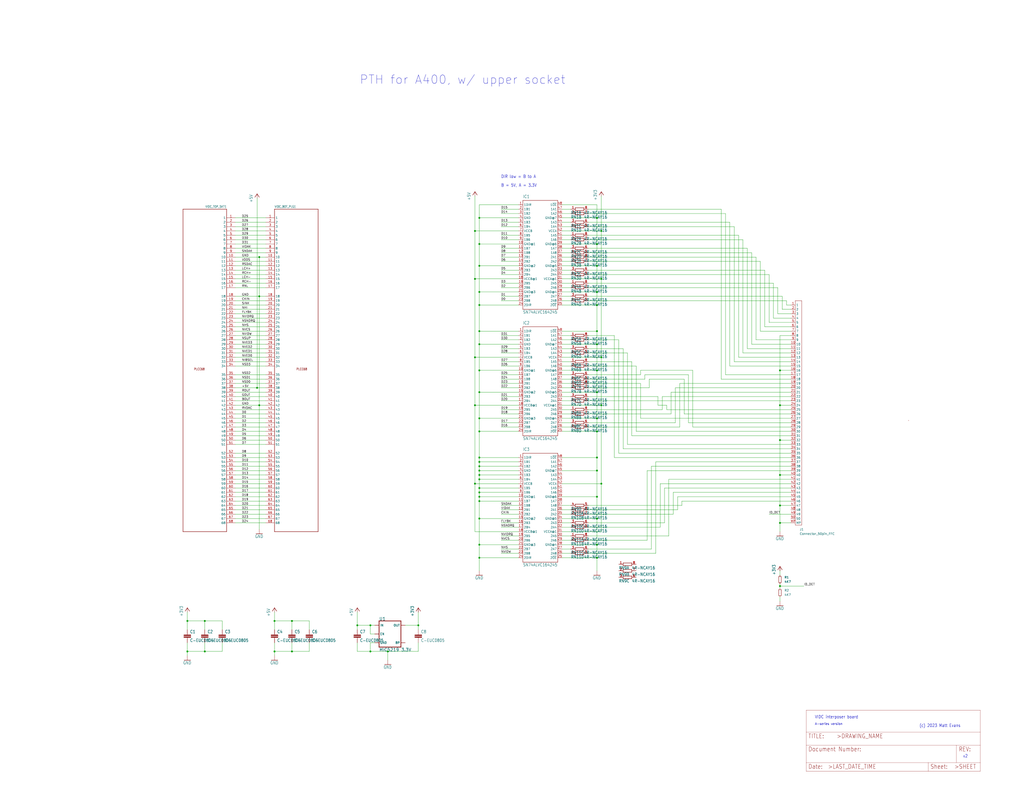
<source format=kicad_sch>
(kicad_sch (version 20211123) (generator eeschema)
  (paper "User" 596.9 470.306)
  (junction (at 350.52 162.56))
  (junction (at 279.4 271.78))
  (junction (at 215.9 379.73))
  (junction (at 279.4 193.04))
  (junction (at 279.4 276.86))
  (junction (at 276.86 134.62))
  (junction (at 350.52 208.28))
  (junction (at 109.22 361.95))
  (junction (at 279.4 269.24))
  (junction (at 347.98 170.18))
  (junction (at 454.66 304.8))
  (junction (at 347.98 251.46))
  (junction (at 279.4 292.1))
  (junction (at 149.86 226.06))
  (junction (at 347.98 215.9))
  (junction (at 279.4 127))
  (junction (at 279.4 170.18))
  (junction (at 151.13 236.22))
  (junction (at 279.4 279.4))
  (junction (at 151.13 149.86))
  (junction (at 347.98 127))
  (junction (at 350.52 134.62))
  (junction (at 279.4 200.66))
  (junction (at 279.4 317.5))
  (junction (at 119.38 379.73))
  (junction (at 170.18 379.73))
  (junction (at 347.98 302.26))
  (junction (at 279.4 177.8))
  (junction (at 347.98 177.8))
  (junction (at 454.66 341.63))
  (junction (at 350.52 236.22))
  (junction (at 151.13 172.72))
  (junction (at 347.98 317.5))
  (junction (at 170.18 361.95))
  (junction (at 279.4 251.46))
  (junction (at 347.98 154.94))
  (junction (at 279.4 325.12))
  (junction (at 347.98 266.7))
  (junction (at 454.66 256.54))
  (junction (at 276.86 162.56))
  (junction (at 243.84 364.49))
  (junction (at 347.98 243.84))
  (junction (at 208.28 364.49))
  (junction (at 279.4 142.24))
  (junction (at 347.98 274.32))
  (junction (at 226.06 379.73))
  (junction (at 454.66 215.9))
  (junction (at 276.86 236.22))
  (junction (at 347.98 325.12))
  (junction (at 276.86 281.94))
  (junction (at 160.02 361.95))
  (junction (at 279.4 228.6))
  (junction (at 279.4 289.56))
  (junction (at 279.4 274.32))
  (junction (at 279.4 287.02))
  (junction (at 347.98 193.04))
  (junction (at 276.86 208.28))
  (junction (at 215.9 364.49))
  (junction (at 347.98 289.56))
  (junction (at 279.4 243.84))
  (junction (at 350.52 281.94))
  (junction (at 454.66 236.22))
  (junction (at 279.4 302.26))
  (junction (at 279.4 266.7))
  (junction (at 279.4 154.94))
  (junction (at 160.02 379.73))
  (junction (at 109.22 379.73))
  (junction (at 347.98 228.6))
  (junction (at 454.66 294.64))
  (junction (at 347.98 200.66))
  (junction (at 347.98 142.24))
  (junction (at 279.4 284.48))
  (junction (at 454.66 276.86))
  (junction (at 119.38 361.95))
  (junction (at 279.4 215.9))
  (wire (pts (xy 154.94 142.24) (xy 137.16 142.24)))
  (wire (pts (xy 109.22 382.27) (xy 109.22 379.73)))
  (wire (pts (xy 461.01 279.4) (xy 389.89 279.4)))
  (wire (pts (xy 154.94 152.4) (xy 137.16 152.4)))
  (wire (pts (xy 276.86 236.22) (xy 276.86 281.94)))
  (wire (pts (xy 332.74 172.72) (xy 327.66 172.72)))
  (wire (pts (xy 347.98 142.24) (xy 347.98 127)))
  (wire (pts (xy 458.47 177.8) (xy 461.01 177.8)))
  (wire (pts (xy 151.13 172.72) (xy 151.13 236.22)))
  (wire (pts (xy 276.86 134.62) (xy 302.26 134.62)))
  (wire (pts (xy 279.4 279.4) (xy 302.26 279.4)))
  (wire (pts (xy 149.86 226.06) (xy 137.16 226.06)))
  (wire (pts (xy 279.4 271.78) (xy 302.26 271.78)))
  (wire (pts (xy 327.66 299.72) (xy 332.74 299.72)))
  (wire (pts (xy 109.22 361.95) (xy 109.22 367.03)))
  (wire (pts (xy 154.94 228.6) (xy 137.16 228.6)))
  (wire (pts (xy 302.26 160.02) (xy 292.1 160.02)))
  (wire (pts (xy 458.47 175.26) (xy 458.47 177.8)))
  (wire (pts (xy 448.31 299.72) (xy 461.01 299.72)))
  (wire (pts (xy 332.74 124.46) (xy 327.66 124.46)))
  (wire (pts (xy 302.26 152.4) (xy 292.1 152.4)))
  (wire (pts (xy 342.9 205.74) (xy 365.76 205.74)))
  (wire (pts (xy 154.94 139.7) (xy 137.16 139.7)))
  (wire (pts (xy 302.26 314.96) (xy 292.1 314.96)))
  (wire (pts (xy 302.26 231.14) (xy 292.1 231.14)))
  (wire (pts (xy 435.61 203.2) (xy 435.61 144.78)))
  (wire (pts (xy 302.26 208.28) (xy 276.86 208.28)))
  (wire (pts (xy 332.74 121.92) (xy 327.66 121.92)))
  (wire (pts (xy 302.26 274.32) (xy 279.4 274.32)))
  (wire (pts (xy 160.02 361.95) (xy 160.02 356.87)))
  (wire (pts (xy 154.94 147.32) (xy 137.16 147.32)))
  (wire (pts (xy 422.91 218.44) (xy 422.91 124.46)))
  (wire (pts (xy 332.74 165.1) (xy 327.66 165.1)))
  (wire (pts (xy 154.94 193.04) (xy 137.16 193.04)))
  (wire (pts (xy 154.94 238.76) (xy 137.16 238.76)))
  (wire (pts (xy 347.98 325.12) (xy 347.98 317.5)))
  (wire (pts (xy 302.26 294.64) (xy 292.1 294.64)))
  (wire (pts (xy 302.26 127) (xy 279.4 127)))
  (wire (pts (xy 454.66 332.74) (xy 454.66 335.28)))
  (wire (pts (xy 302.26 317.5) (xy 279.4 317.5)))
  (wire (pts (xy 373.38 223.52) (xy 373.38 243.84)))
  (wire (pts (xy 279.4 243.84) (xy 279.4 251.46)))
  (wire (pts (xy 302.26 233.68) (xy 292.1 233.68)))
  (wire (pts (xy 302.26 248.92) (xy 292.1 248.92)))
  (wire (pts (xy 276.86 281.94) (xy 302.26 281.94)))
  (wire (pts (xy 427.99 210.82) (xy 427.99 132.08)))
  (wire (pts (xy 327.66 228.6) (xy 347.98 228.6)))
  (wire (pts (xy 332.74 149.86) (xy 327.66 149.86)))
  (wire (pts (xy 154.94 149.86) (xy 151.13 149.86)))
  (wire (pts (xy 302.26 312.42) (xy 292.1 312.42)))
  (wire (pts (xy 151.13 149.86) (xy 137.16 149.86)))
  (wire (pts (xy 160.02 382.27) (xy 160.02 379.73)))
  (wire (pts (xy 154.94 243.84) (xy 137.16 243.84)))
  (wire (pts (xy 461.01 210.82) (xy 427.99 210.82)))
  (wire (pts (xy 332.74 233.68) (xy 327.66 233.68)))
  (wire (pts (xy 279.4 279.4) (xy 279.4 284.48)))
  (wire (pts (xy 350.52 236.22) (xy 350.52 281.94)))
  (wire (pts (xy 279.4 119.38) (xy 279.4 127)))
  (wire (pts (xy 448.31 160.02) (xy 448.31 187.96)))
  (wire (pts (xy 332.74 152.4) (xy 327.66 152.4)))
  (wire (pts (xy 154.94 274.32) (xy 137.16 274.32)))
  (wire (pts (xy 454.66 236.22) (xy 461.01 236.22)))
  (wire (pts (xy 226.06 379.73) (xy 215.9 379.73)))
  (wire (pts (xy 302.26 200.66) (xy 279.4 200.66)))
  (wire (pts (xy 302.26 218.44) (xy 292.1 218.44)))
  (wire (pts (xy 302.26 226.06) (xy 292.1 226.06)))
  (wire (pts (xy 454.66 294.64) (xy 454.66 304.8)))
  (wire (pts (xy 154.94 251.46) (xy 137.16 251.46)))
  (wire (pts (xy 378.46 226.06) (xy 378.46 220.98)))
  (wire (pts (xy 327.66 297.18) (xy 332.74 297.18)))
  (wire (pts (xy 302.26 241.3) (xy 292.1 241.3)))
  (wire (pts (xy 454.66 215.9) (xy 454.66 236.22)))
  (wire (pts (xy 154.94 264.16) (xy 137.16 264.16)))
  (wire (pts (xy 342.9 297.18) (xy 394.97 297.18)))
  (wire (pts (xy 154.94 162.56) (xy 137.16 162.56)))
  (wire (pts (xy 154.94 195.58) (xy 137.16 195.58)))
  (wire (pts (xy 438.15 147.32) (xy 438.15 200.66)))
  (wire (pts (xy 279.4 287.02) (xy 279.4 289.56)))
  (wire (pts (xy 276.86 114.3) (xy 276.86 134.62)))
  (wire (pts (xy 302.26 325.12) (xy 279.4 325.12)))
  (wire (pts (xy 327.66 314.96) (xy 332.74 314.96)))
  (wire (pts (xy 327.66 243.84) (xy 347.98 243.84)))
  (wire (pts (xy 387.35 284.48) (xy 461.01 284.48)))
  (wire (pts (xy 154.94 190.5) (xy 137.16 190.5)))
  (wire (pts (xy 454.66 347.98) (xy 454.66 350.52)))
  (wire (pts (xy 350.52 114.3) (xy 350.52 134.62)))
  (wire (pts (xy 215.9 369.57) (xy 215.9 364.49)))
  (wire (pts (xy 347.98 243.84) (xy 347.98 228.6)))
  (wire (pts (xy 170.18 374.65) (xy 170.18 379.73)))
  (wire (pts (xy 279.4 215.9) (xy 279.4 228.6)))
  (wire (pts (xy 454.66 276.86) (xy 461.01 276.86)))
  (wire (pts (xy 350.52 208.28) (xy 350.52 162.56)))
  (wire (pts (xy 342.9 299.72) (xy 392.43 299.72)))
  (wire (pts (xy 373.38 243.84) (xy 461.01 243.84)))
  (wire (pts (xy 279.4 274.32) (xy 279.4 276.86)))
  (wire (pts (xy 370.84 251.46) (xy 461.01 251.46)))
  (wire (pts (xy 154.94 185.42) (xy 137.16 185.42)))
  (wire (pts (xy 387.35 304.8) (xy 387.35 284.48)))
  (wire (pts (xy 302.26 177.8) (xy 279.4 177.8)))
  (wire (pts (xy 342.9 165.1) (xy 450.85 165.1)))
  (wire (pts (xy 332.74 129.54) (xy 327.66 129.54)))
  (wire (pts (xy 347.98 215.9) (xy 347.98 200.66)))
  (wire (pts (xy 129.54 379.73) (xy 129.54 374.65)))
  (wire (pts (xy 332.74 175.26) (xy 327.66 175.26)))
  (wire (pts (xy 453.39 182.88) (xy 461.01 182.88)))
  (wire (pts (xy 129.54 361.95) (xy 119.38 361.95)))
  (wire (pts (xy 368.3 210.82) (xy 368.3 254)))
  (wire (pts (xy 342.9 157.48) (xy 445.77 157.48)))
  (wire (pts (xy 327.66 162.56) (xy 350.52 162.56)))
  (wire (pts (xy 119.38 374.65) (xy 119.38 379.73)))
  (wire (pts (xy 302.26 203.2) (xy 292.1 203.2)))
  (wire (pts (xy 279.4 200.66) (xy 279.4 215.9)))
  (wire (pts (xy 332.74 167.64) (xy 327.66 167.64)))
  (wire (pts (xy 396.24 223.52) (xy 396.24 248.92)))
  (wire (pts (xy 327.66 302.26) (xy 347.98 302.26)))
  (wire (pts (xy 342.9 203.2) (xy 363.22 203.2)))
  (wire (pts (xy 450.85 165.1) (xy 450.85 185.42)))
  (wire (pts (xy 279.4 251.46) (xy 279.4 266.7)))
  (wire (pts (xy 332.74 220.98) (xy 327.66 220.98)))
  (wire (pts (xy 154.94 167.64) (xy 137.16 167.64)))
  (wire (pts (xy 342.9 137.16) (xy 430.53 137.16)))
  (wire (pts (xy 226.06 379.73) (xy 226.06 384.81)))
  (wire (pts (xy 302.26 210.82) (xy 292.1 210.82)))
  (wire (pts (xy 208.28 364.49) (xy 215.9 364.49)))
  (wire (pts (xy 342.9 248.92) (xy 396.24 248.92)))
  (wire (pts (xy 347.98 266.7) (xy 347.98 251.46)))
  (wire (pts (xy 332.74 195.58) (xy 327.66 195.58)))
  (wire (pts (xy 327.66 307.34) (xy 332.74 307.34)))
  (wire (pts (xy 440.69 198.12) (xy 440.69 149.86)))
  (wire (pts (xy 368.3 254) (xy 461.01 254)))
  (wire (pts (xy 154.94 137.16) (xy 137.16 137.16)))
  (wire (pts (xy 394.97 297.18) (xy 394.97 289.56)))
  (wire (pts (xy 154.94 144.78) (xy 137.16 144.78)))
  (wire (pts (xy 151.13 236.22) (xy 151.13 308.61)))
  (wire (pts (xy 327.66 294.64) (xy 332.74 294.64)))
  (wire (pts (xy 455.93 172.72) (xy 455.93 180.34)))
  (wire (pts (xy 154.94 256.54) (xy 137.16 256.54)))
  (wire (pts (xy 454.66 195.58) (xy 454.66 215.9)))
  (wire (pts (xy 332.74 203.2) (xy 327.66 203.2)))
  (wire (pts (xy 154.94 157.48) (xy 137.16 157.48)))
  (wire (pts (xy 154.94 269.24) (xy 137.16 269.24)))
  (wire (pts (xy 461.01 287.02) (xy 392.43 287.02)))
  (wire (pts (xy 327.66 215.9) (xy 347.98 215.9)))
  (wire (pts (xy 342.9 294.64) (xy 397.51 294.64)))
  (wire (pts (xy 160.02 379.73) (xy 160.02 374.65)))
  (wire (pts (xy 377.19 274.32) (xy 461.01 274.32)))
  (wire (pts (xy 454.66 215.9) (xy 461.01 215.9)))
  (wire (pts (xy 383.54 231.14) (xy 383.54 236.22)))
  (wire (pts (xy 347.98 193.04) (xy 347.98 177.8)))
  (wire (pts (xy 332.74 238.76) (xy 327.66 238.76)))
  (wire (pts (xy 154.94 213.36) (xy 137.16 213.36)))
  (wire (pts (xy 215.9 364.49) (xy 218.44 364.49)))
  (wire (pts (xy 392.43 299.72) (xy 392.43 287.02)))
  (wire (pts (xy 332.74 139.7) (xy 327.66 139.7)))
  (wire (pts (xy 279.4 287.02) (xy 302.26 287.02)))
  (wire (pts (xy 154.94 160.02) (xy 137.16 160.02)))
  (wire (pts (xy 218.44 369.57) (xy 215.9 369.57)))
  (wire (pts (xy 347.98 289.56) (xy 347.98 274.32)))
  (wire (pts (xy 154.94 248.92) (xy 137.16 248.92)))
  (wire (pts (xy 218.44 374.65) (xy 215.9 374.65)))
  (wire (pts (xy 454.66 341.63) (xy 468.63 341.63)))
  (wire (pts (xy 342.9 175.26) (xy 458.47 175.26)))
  (wire (pts (xy 327.66 193.04) (xy 347.98 193.04)))
  (wire (pts (xy 302.26 175.26) (xy 292.1 175.26)))
  (wire (pts (xy 342.9 231.14) (xy 383.54 231.14)))
  (wire (pts (xy 350.52 236.22) (xy 350.52 208.28)))
  (wire (pts (xy 342.9 160.02) (xy 448.31 160.02)))
  (wire (pts (xy 302.26 157.48) (xy 292.1 157.48)))
  (wire (pts (xy 180.34 379.73) (xy 170.18 379.73)))
  (wire (pts (xy 347.98 170.18) (xy 347.98 154.94)))
  (wire (pts (xy 302.26 299.72) (xy 292.1 299.72)))
  (wire (pts (xy 279.4 177.8) (xy 279.4 193.04)))
  (wire (pts (xy 170.18 367.03) (xy 170.18 361.95)))
  (wire (pts (xy 332.74 160.02) (xy 327.66 160.02)))
  (wire (pts (xy 347.98 228.6) (xy 347.98 215.9)))
  (wire (pts (xy 461.01 208.28) (xy 430.53 208.28)))
  (wire (pts (xy 347.98 177.8) (xy 347.98 170.18)))
  (wire (pts (xy 332.74 241.3) (xy 327.66 241.3)))
  (wire (pts (xy 279.4 276.86) (xy 279.4 279.4)))
  (wire (pts (xy 302.26 124.46) (xy 292.1 124.46)))
  (wire (pts (xy 276.86 236.22) (xy 276.86 208.28)))
  (wire (pts (xy 342.9 172.72) (xy 455.93 172.72)))
  (wire (pts (xy 154.94 266.7) (xy 137.16 266.7)))
  (wire (pts (xy 149.86 115.57) (xy 149.86 226.06)))
  (wire (pts (xy 243.84 367.03) (xy 243.84 364.49)))
  (wire (pts (xy 154.94 297.18) (xy 137.16 297.18)))
  (wire (pts (xy 302.26 154.94) (xy 279.4 154.94)))
  (wire (pts (xy 292.1 139.7) (xy 302.26 139.7)))
  (wire (pts (xy 377.19 274.32) (xy 377.19 314.96)))
  (wire (pts (xy 332.74 157.48) (xy 327.66 157.48)))
  (wire (pts (xy 443.23 152.4) (xy 443.23 193.04)))
  (wire (pts (xy 365.76 259.08) (xy 461.01 259.08)))
  (wire (pts (xy 461.01 289.56) (xy 394.97 289.56)))
  (wire (pts (xy 454.66 304.8) (xy 461.01 304.8)))
  (wire (pts (xy 208.28 367.03) (xy 208.28 364.49)))
  (wire (pts (xy 454.66 304.8) (xy 454.66 309.88)))
  (wire (pts (xy 154.94 175.26) (xy 137.16 175.26)))
  (wire (pts (xy 342.9 241.3) (xy 391.16 241.3)))
  (wire (pts (xy 302.26 309.88) (xy 276.86 309.88)))
  (wire (pts (xy 401.32 246.38) (xy 401.32 218.44)))
  (wire (pts (xy 302.26 198.12) (xy 292.1 198.12)))
  (wire (pts (xy 226.06 379.73) (xy 243.84 379.73)))
  (wire (pts (xy 342.9 195.58) (xy 358.14 195.58)))
  (wire (pts (xy 154.94 299.72) (xy 137.16 299.72)))
  (wire (pts (xy 276.86 162.56) (xy 276.86 134.62)))
  (wire (pts (xy 302.26 149.86) (xy 292.1 149.86)))
  (wire (pts (xy 461.01 213.36) (xy 425.45 213.36)))
  (wire (pts (xy 154.94 218.44) (xy 137.16 218.44)))
  (wire (pts (xy 302.26 228.6) (xy 279.4 228.6)))
  (wire (pts (xy 342.9 124.46) (xy 422.91 124.46)))
  (wire (pts (xy 154.94 210.82) (xy 137.16 210.82)))
  (wire (pts (xy 332.74 144.78) (xy 327.66 144.78)))
  (wire (pts (xy 461.01 195.58) (xy 454.66 195.58)))
  (wire (pts (xy 154.94 177.8) (xy 137.16 177.8)))
  (wire (pts (xy 279.4 292.1) (xy 302.26 292.1)))
  (wire (pts (xy 302.26 220.98) (xy 292.1 220.98)))
  (wire (pts (xy 327.66 289.56) (xy 347.98 289.56)))
  (wire (pts (xy 358.14 195.58) (xy 358.14 266.7)))
  (wire (pts (xy 302.26 307.34) (xy 292.1 307.34)))
  (wire (pts (xy 151.13 149.86) (xy 151.13 172.72)))
  (wire (pts (xy 302.26 289.56) (xy 279.4 289.56)))
  (wire (pts (xy 391.16 228.6) (xy 461.01 228.6)))
  (wire (pts (xy 332.74 147.32) (xy 327.66 147.32)))
  (wire (pts (xy 302.26 243.84) (xy 279.4 243.84)))
  (wire (pts (xy 327.66 177.8) (xy 347.98 177.8)))
  (wire (pts (xy 342.9 147.32) (xy 438.15 147.32)))
  (wire (pts (xy 461.01 246.38) (xy 401.32 246.38)))
  (wire (pts (xy 302.26 236.22) (xy 276.86 236.22)))
  (wire (pts (xy 279.4 292.1) (xy 279.4 302.26)))
  (wire (pts (xy 327.66 320.04) (xy 332.74 320.04)))
  (wire (pts (xy 279.4 284.48) (xy 302.26 284.48)))
  (wire (pts (xy 347.98 317.5) (xy 347.98 302.26)))
  (wire (pts (xy 292.1 137.16) (xy 302.26 137.16)))
  (wire (pts (xy 119.38 367.03) (xy 119.38 361.95)))
  (wire (pts (xy 279.4 325.12) (xy 279.4 332.74)))
  (wire (pts (xy 279.4 266.7) (xy 279.4 269.24)))
  (wire (pts (xy 109.22 361.95) (xy 109.22 356.87)))
  (wire (pts (xy 154.94 294.64) (xy 137.16 294.64)))
  (wire (pts (xy 363.22 261.62) (xy 363.22 203.2)))
  (wire (pts (xy 342.9 213.36) (xy 370.84 213.36)))
  (wire (pts (xy 151.13 236.22) (xy 137.16 236.22)))
  (wire (pts (xy 445.77 157.48) (xy 445.77 190.5)))
  (wire (pts (xy 327.66 274.32) (xy 347.98 274.32)))
  (wire (pts (xy 461.01 271.78) (xy 379.73 271.78)))
  (wire (pts (xy 109.22 379.73) (xy 109.22 374.65)))
  (wire (pts (xy 302.26 322.58) (xy 292.1 322.58)))
  (wire (pts (xy 109.22 379.73) (xy 119.38 379.73)))
  (wire (pts (xy 420.37 220.98) (xy 420.37 121.92)))
  (wire (pts (xy 332.74 218.44) (xy 327.66 218.44)))
  (wire (pts (xy 154.94 284.48) (xy 137.16 284.48)))
  (wire (pts (xy 332.74 231.14) (xy 327.66 231.14)))
  (wire (pts (xy 170.18 361.95) (xy 160.02 361.95)))
  (wire (pts (xy 388.62 238.76) (xy 388.62 236.22)))
  (wire (pts (xy 236.22 364.49) (xy 243.84 364.49)))
  (wire (pts (xy 292.1 132.08) (xy 302.26 132.08)))
  (wire (pts (xy 119.38 361.95) (xy 109.22 361.95)))
  (wire (pts (xy 461.01 218.44) (xy 422.91 218.44)))
  (wire (pts (xy 393.7 246.38) (xy 393.7 226.06)))
  (wire (pts (xy 279.4 302.26) (xy 279.4 317.5)))
  (wire (pts (xy 302.26 167.64) (xy 292.1 167.64)))
  (wire (pts (xy 154.94 279.4) (xy 137.16 279.4)))
  (wire (pts (xy 454.66 341.63) (xy 454.66 342.9)))
  (wire (pts (xy 365.76 259.08) (xy 365.76 205.74)))
  (wire (pts (xy 342.9 144.78) (xy 435.61 144.78)))
  (wire (pts (xy 154.94 134.62) (xy 137.16 134.62)))
  (wire (pts (xy 342.9 198.12) (xy 360.68 198.12)))
  (wire (pts (xy 160.02 379.73) (xy 170.18 379.73)))
  (wire (pts (xy 151.13 172.72) (xy 137.16 172.72)))
  (wire (pts (xy 292.1 144.78) (xy 302.26 144.78)))
  (wire (pts (xy 302.26 119.38) (xy 279.4 119.38)))
  (wire (pts (xy 342.9 218.44) (xy 373.38 218.44)))
  (wire (pts (xy 279.4 170.18) (xy 279.4 177.8)))
  (wire (pts (xy 450.85 185.42) (xy 461.01 185.42)))
  (wire (pts (xy 154.94 289.56) (xy 137.16 289.56)))
  (wire (pts (xy 279.4 127) (xy 279.4 142.24)))
  (wire (pts (xy 347.98 154.94) (xy 347.98 142.24)))
  (wire (pts (xy 327.66 325.12) (xy 347.98 325.12)))
  (wire (pts (xy 154.94 241.3) (xy 137.16 241.3)))
  (wire (pts (xy 332.74 198.12) (xy 327.66 198.12)))
  (wire (pts (xy 154.94 127) (xy 137.16 127)))
  (wire (pts (xy 327.66 127) (xy 347.98 127)))
  (wire (pts (xy 454.66 294.64) (xy 461.01 294.64)))
  (wire (pts (xy 347.98 274.32) (xy 347.98 266.7)))
  (wire (pts (xy 389.89 312.42) (xy 342.9 312.42)))
  (wire (pts (xy 342.9 152.4) (xy 443.23 152.4)))
  (wire (pts (xy 342.9 149.86) (xy 440.69 149.86)))
  (wire (pts (xy 302.26 266.7) (xy 279.4 266.7)))
  (wire (pts (xy 302.26 172.72) (xy 292.1 172.72)))
  (wire (pts (xy 154.94 226.06) (xy 149.86 226.06)))
  (wire (pts (xy 302.26 215.9) (xy 279.4 215.9)))
  (wire (pts (xy 302.26 142.24) (xy 279.4 142.24)))
  (wire (pts (xy 397.51 294.64) (xy 397.51 292.1)))
  (wire (pts (xy 154.94 182.88) (xy 137.16 182.88)))
  (wire (pts (xy 160.02 361.95) (xy 160.02 367.03)))
  (wire (pts (xy 279.4 284.48) (xy 279.4 287.02)))
  (wire (pts (xy 360.68 264.16) (xy 360.68 198.12)))
  (wire (pts (xy 342.9 129.54) (xy 425.45 129.54)))
  (wire (pts (xy 154.94 302.26) (xy 137.16 302.26)))
  (wire (pts (xy 393.7 226.06) (xy 461.01 226.06)))
  (wire (pts (xy 154.94 236.22) (xy 151.13 236.22)))
  (wire (pts (xy 154.94 292.1) (xy 137.16 292.1)))
  (wire (pts (xy 327.66 170.18) (xy 347.98 170.18)))
  (wire (pts (xy 154.94 129.54) (xy 137.16 129.54)))
  (wire (pts (xy 332.74 223.52) (xy 327.66 223.52)))
  (wire (pts (xy 279.4 269.24) (xy 302.26 269.24)))
  (wire (pts (xy 454.66 256.54) (xy 461.01 256.54)))
  (wire (pts (xy 454.66 276.86) (xy 454.66 294.64)))
  (wire (pts (xy 154.94 246.38) (xy 137.16 246.38)))
  (wire (pts (xy 370.84 213.36) (xy 370.84 251.46)))
  (wire (pts (xy 453.39 167.64) (xy 453.39 182.88)))
  (wire (pts (xy 347.98 127) (xy 347.98 119.38)))
  (wire (pts (xy 454.66 236.22) (xy 454.66 256.54)))
  (wire (pts (xy 383.54 236.22) (xy 388.62 236.22)))
  (wire (pts (xy 396.24 223.52) (xy 461.01 223.52)))
  (wire (pts (xy 327.66 322.58) (xy 332.74 322.58)))
  (wire (pts (xy 342.9 139.7) (xy 433.07 139.7)))
  (wire (pts (xy 454.66 256.54) (xy 454.66 276.86)))
  (wire (pts (xy 378.46 220.98) (xy 398.78 220.98)))
  (wire (pts (xy 363.22 261.62) (xy 461.01 261.62)))
  (wire (pts (xy 302.26 297.18) (xy 292.1 297.18)))
  (wire (pts (xy 347.98 251.46) (xy 347.98 243.84)))
  (wire (pts (xy 154.94 198.12) (xy 137.16 198.12)))
  (wire (pts (xy 302.26 246.38) (xy 292.1 246.38)))
  (wire (pts (xy 347.98 119.38) (xy 327.66 119.38)))
  (wire (pts (xy 154.94 220.98) (xy 137.16 220.98)))
  (wire (pts (xy 358.14 266.7) (xy 461.01 266.7)))
  (wire (pts (xy 154.94 254) (xy 137.16 254)))
  (wire (pts (xy 373.38 215.9) (xy 403.86 215.9)))
  (wire (pts (xy 302.26 170.18) (xy 279.4 170.18)))
  (wire (pts (xy 302.26 121.92) (xy 292.1 121.92)))
  (wire (pts (xy 342.9 322.58) (xy 382.27 322.58)))
  (wire (pts (xy 279.4 228.6) (xy 279.4 243.84)))
  (wire (pts (xy 461.01 198.12) (xy 440.69 198.12)))
  (wire (pts (xy 342.9 226.06) (xy 378.46 226.06)))
  (wire (pts (xy 461.01 241.3) (xy 398.78 241.3)))
  (wire (pts (xy 327.66 236.22) (xy 350.52 236.22)))
  (wire (pts (xy 154.94 205.74) (xy 137.16 205.74)))
  (wire (pts (xy 276.86 208.28) (xy 276.86 162.56)))
  (wire (pts (xy 461.01 205.74) (xy 433.07 205.74)))
  (wire (pts (xy 154.94 271.78) (xy 137.16 271.78)))
  (wire (pts (xy 276.86 309.88) (xy 276.86 281.94)))
  (wire (pts (xy 461.01 238.76) (xy 388.62 238.76)))
  (wire (pts (xy 379.73 271.78) (xy 379.73 320.04)))
  (wire (pts (xy 350.52 309.88) (xy 350.52 281.94)))
  (wire (pts (xy 154.94 259.08) (xy 137.16 259.08)))
  (wire (pts (xy 302.26 223.52) (xy 292.1 223.52)))
  (wire (pts (xy 391.16 241.3) (xy 391.16 228.6)))
  (wire (pts (xy 154.94 276.86) (xy 137.16 276.86)))
  (wire (pts (xy 302.26 195.58) (xy 292.1 195.58)))
  (wire (pts (xy 327.66 251.46) (xy 347.98 251.46)))
  (wire (pts (xy 342.9 167.64) (xy 453.39 167.64)))
  (wire (pts (xy 461.01 203.2) (xy 435.61 203.2)))
  (wire (pts (xy 455.93 180.34) (xy 461.01 180.34)))
  (wire (pts (xy 180.34 361.95) (xy 170.18 361.95)))
  (wire (pts (xy 384.81 281.94) (xy 384.81 307.34)))
  (wire (pts (xy 327.66 309.88) (xy 350.52 309.88)))
  (wire (pts (xy 243.84 364.49) (xy 243.84 356.87)))
  (wire (pts (xy 154.94 233.68) (xy 137.16 233.68)))
  (wire (pts (xy 443.23 193.04) (xy 461.01 193.04)))
  (wire (pts (xy 342.9 233.68) (xy 461.01 233.68)))
  (wire (pts (xy 360.68 264.16) (xy 461.01 264.16)))
  (wire (pts (xy 386.08 231.14) (xy 386.08 238.76)))
  (wire (pts (xy 347.98 332.74) (xy 347.98 325.12)))
  (wire (pts (xy 454.66 340.36) (xy 454.66 341.63)))
  (wire (pts (xy 292.1 147.32) (xy 302.26 147.32)))
  (wire (pts (xy 154.94 304.8) (xy 137.16 304.8)))
  (wire (pts (xy 327.66 266.7) (xy 347.98 266.7)))
  (wire (pts (xy 342.9 314.96) (xy 377.19 314.96)))
  (wire (pts (xy 332.74 132.08) (xy 327.66 132.08)))
  (wire (pts (xy 279.4 276.86) (xy 302.26 276.86)))
  (wire (pts (xy 438.15 200.66) (xy 461.01 200.66)))
  (wire (pts (xy 382.27 269.24) (xy 382.27 322.58)))
  (wire (pts (xy 342.9 121.92) (xy 420.37 121.92)))
  (wire (pts (xy 461.01 281.94) (xy 384.81 281.94)))
  (wire (pts (xy 350.52 281.94) (xy 327.66 281.94)))
  (wire (pts (xy 384.81 307.34) (xy 342.9 307.34)))
  (wire (pts (xy 342.9 238.76) (xy 386.08 238.76)))
  (wire (pts (xy 154.94 154.94) (xy 137.16 154.94)))
  (wire (pts (xy 208.28 379.73) (xy 208.28 374.65)))
  (wire (pts (xy 430.53 208.28) (xy 430.53 137.16)))
  (wire (pts (xy 445.77 190.5) (xy 461.01 190.5)))
  (wire (pts (xy 302.26 165.1) (xy 292.1 165.1)))
  (wire (pts (xy 461.01 248.92) (xy 403.86 248.92)))
  (wire (pts (xy 154.94 187.96) (xy 137.16 187.96)))
  (wire (pts (xy 398.78 220.98) (xy 398.78 241.3)))
  (wire (pts (xy 154.94 172.72) (xy 151.13 172.72)))
  (wire (pts (xy 342.9 220.98) (xy 375.92 220.98)))
  (wire (pts (xy 243.84 379.73) (xy 243.84 374.65)))
  (wire (pts (xy 373.38 218.44) (xy 373.38 215.9)))
  (wire (pts (xy 302.26 213.36) (xy 292.1 213.36)))
  (wire (pts (xy 332.74 246.38) (xy 327.66 246.38)))
  (wire (pts (xy 433.07 205.74) (xy 433.07 139.7)))
  (wire (pts (xy 292.1 129.54) (xy 302.26 129.54)))
  (wire (pts (xy 154.94 200.66) (xy 137.16 200.66)))
  (wire (pts (xy 350.52 134.62) (xy 327.66 134.62)))
  (wire (pts (xy 327.66 142.24) (xy 347.98 142.24)))
  (wire (pts (xy 389.89 279.4) (xy 389.89 312.42)))
  (wire (pts (xy 461.01 220.98) (xy 420.37 220.98)))
  (wire (pts (xy 327.66 312.42) (xy 332.74 312.42)))
  (wire (pts (xy 332.74 226.06) (xy 327.66 226.06)))
  (wire (pts (xy 208.28 356.87) (xy 208.28 364.49)))
  (wire (pts (xy 403.86 248.92) (xy 403.86 215.9)))
  (wire (pts (xy 332.74 210.82) (xy 327.66 210.82)))
  (wire (pts (xy 302.26 304.8) (xy 292.1 304.8)))
  (wire (pts (xy 448.31 187.96) (xy 461.01 187.96)))
  (wire (pts (xy 332.74 205.74) (xy 327.66 205.74)))
  (wire (pts (xy 302.26 302.26) (xy 279.4 302.26)))
  (wire (pts (xy 327.66 304.8) (xy 332.74 304.8)))
  (wire (pts (xy 215.9 379.73) (xy 208.28 379.73)))
  (wire (pts (xy 302.26 320.04) (xy 292.1 320.04)))
  (wire (pts (xy 350.52 162.56) (xy 350.52 134.62)))
  (wire (pts (xy 180.34 367.03) (xy 180.34 361.95)))
  (wire (pts (xy 375.92 218.44) (xy 375.92 220.98)))
  (wire (pts (xy 347.98 200.66) (xy 347.98 193.04)))
  (wire (pts (xy 342.9 210.82) (xy 368.3 210.82)))
  (wire (pts (xy 154.94 165.1) (xy 137.16 165.1)))
  (wire (pts (xy 279.4 289.56) (xy 279.4 292.1)))
  (wire (pts (xy 461.01 269.24) (xy 382.27 269.24)))
  (wire (pts (xy 279.4 269.24) (xy 279.4 271.78)))
  (wire (pts (xy 386.08 231.14) (xy 461.01 231.14)))
  (wire (pts (xy 302.26 205.74) (xy 292.1 205.74)))
  (wire (pts (xy 154.94 203.2) (xy 137.16 203.2)))
  (wire (pts (xy 119.38 379.73) (xy 129.54 379.73)))
  (wire (pts (xy 397.51 292.1) (xy 461.01 292.1)))
  (wire (pts (xy 332.74 137.16) (xy 327.66 137.16)))
  (wire (pts (xy 302.26 238.76) (xy 292.1 238.76)))
  (wire (pts (xy 180.34 374.65) (xy 180.34 379.73)))
  (wire (pts (xy 425.45 213.36) (xy 425.45 129.54)))
  (wire (pts (xy 154.94 231.14) (xy 137.16 231.14)))
  (wire (pts (xy 327.66 154.94) (xy 347.98 154.94)))
  (wire (pts (xy 342.9 132.08) (xy 427.99 132.08)))
  (wire (pts (xy 154.94 281.94) (xy 137.16 281.94)))
  (wire (pts (xy 332.74 248.92) (xy 327.66 248.92)))
  (wire (pts (xy 327.66 317.5) (xy 347.98 317.5)))
  (wire (pts (xy 327.66 208.28) (xy 350.52 208.28)))
  (wire (pts (xy 279.4 154.94) (xy 279.4 170.18)))
  (wire (pts (xy 129.54 367.03) (xy 129.54 361.95)))
  (wire (pts (xy 347.98 302.26) (xy 347.98 289.56)))
  (wire (pts (xy 154.94 287.02) (xy 137.16 287.02)))
  (wire (pts (xy 302.26 251.46) (xy 279.4 251.46)))
  (wire (pts (xy 279.4 142.24) (xy 279.4 154.94)))
  (wire (pts (xy 154.94 180.34) (xy 137.16 180.34)))
  (wire (pts (xy 327.66 200.66) (xy 347.98 200.66)))
  (wire (pts (xy 154.94 132.08) (xy 137.16 132.08)))
  (wire (pts (xy 279.4 271.78) (xy 279.4 274.32)))
  (wire (pts (xy 154.94 223.52) (xy 137.16 223.52)))
  (wire (pts (xy 279.4 317.5) (xy 279.4 325.12)))
  (wire (pts (xy 332.74 213.36) (xy 327.66 213.36)))
  (wire (pts (xy 375.92 218.44) (xy 401.32 218.44)))
  (wire (pts (xy 342.9 320.04) (xy 379.73 320.04)))
  (wire (pts (xy 342.9 304.8) (xy 387.35 304.8)))
  (wire (pts (xy 342.9 223.52) (xy 373.38 223.52)))
  (wire (pts (xy 279.4 193.04) (xy 279.4 200.66)))
  (wire (pts (xy 342.9 246.38) (xy 393.7 246.38)))
  (wire (pts (xy 302.26 162.56) (xy 276.86 162.56)))
  (wire (pts (xy 302.26 193.04) (xy 279.4 193.04)))
  (wire (pts (xy 154.94 208.28) (xy 137.16 208.28)))
  (wire (pts (xy 215.9 374.65) (xy 215.9 379.73)))
  (text "VIDC interposer board" (at 474.98 419.1 180) (effects (font (size 1.778 1.5113)) (justify left bottom)))
  (text "A-series version" (at 474.98 422.91 0) (effects (font (size 1.27 1.27)) (justify left bottom)))
  (text "B = 5V, A = 3.3V" (at 292.1 109.22 180) (effects (font (size 1.778 1.5113)) (justify left bottom)))
  (text "PTH for A400, w/ upper socket" (at 209.55 49.53 180) (effects (font (size 5 5)) (justify left bottom)))
  (text "DIR low = B to A" (at 292.1 104.14 180) (effects (font (size 1.778 1.5113)) (justify left bottom)))
  (text "(c) 2023 Matt Evans" (at 535.94 424.18 180) (effects (font (size 1.778 1.5113)) (justify left bottom)))
  (text "v2" (at 561.34 441.96 180) (effects (font (size 1.778 1.5113)) (justify left bottom)))
  (label "D27" (at 292.1 210.82 0) (effects (font (size 1.2446 1.2446))))
  (label "D16" (at 292.1 248.92 0) (effects (font (size 1.2446 1.2446))))
  (label "D13" (at 292.1 129.54 0) (effects (font (size 1.2446 1.2446))))
  (label "D20" (at 292.1 233.68 0) (effects (font (size 1.2446 1.2446))))
  (label "NSNDRQ" (at 292.1 307.34 0) (effects (font (size 1.2446 1.2446))))
  (label "D23" (at 140.97 302.26 0) (effects (font (size 1.2446 1.2446))))
  (label "RCH-" (at 140.97 165.1 0) (effects (font (size 1.2446 1.2446))))
  (label "D22" (at 140.97 299.72 0) (effects (font (size 1.2446 1.2446))))
  (label "ROUT" (at 140.97 228.6 0) (effects (font (size 1.2446 1.2446))))
  (label "RSDAC" (at 140.97 154.94 0) (effects (font (size 1.2446 1.2446))))
  (label "D27" (at 140.97 132.08 0) (effects (font (size 1.2446 1.2446))))
  (label "D11" (at 292.1 137.16 0) (effects (font (size 1.2446 1.2446))))
  (label "D15" (at 140.97 281.94 0) (effects (font (size 1.2446 1.2446))))
  (label "D21" (at 140.97 297.18 0) (effects (font (size 1.2446 1.2446))))
  (label "D12" (at 292.1 132.08 0) (effects (font (size 1.2446 1.2446))))
  (label "D5" (at 292.1 157.48 0) (effects (font (size 1.2446 1.2446))))
  (label "SINK" (at 140.97 177.8 0) (effects (font (size 1.2446 1.2446))))
  (label "SNDAK" (at 140.97 147.32 0) (effects (font (size 1.2446 1.2446))))
  (label "NVED2" (at 140.97 203.2 0) (effects (font (size 1.2446 1.2446))))
  (label "D2" (at 292.1 167.64 0) (effects (font (size 1.2446 1.2446))))
  (label "D4" (at 140.97 251.46 0) (effects (font (size 1.2446 1.2446))))
  (label "NSD1" (at 140.97 220.98 0) (effects (font (size 1.2446 1.2446))))
  (label "+5V" (at 140.97 226.06 0) (effects (font (size 1.2446 1.2446))))
  (label "D4" (at 292.1 160.02 0) (effects (font (size 1.2446 1.2446))))
  (label "NHS" (at 292.1 320.04 0) (effects (font (size 1.2446 1.2446))))
  (label "D3" (at 140.97 248.92 0) (effects (font (size 1.2446 1.2446))))
  (label "D31" (at 292.1 195.58 0) (effects (font (size 1.2446 1.2446))))
  (label "D7" (at 140.97 259.08 0) (effects (font (size 1.2446 1.2446))))
  (label "D21" (at 292.1 231.14 0) (effects (font (size 1.2446 1.2446))))
  (label "LCH+" (at 140.97 157.48 0) (effects (font (size 1.2446 1.2446))))
  (label "D25" (at 292.1 218.44 0) (effects (font (size 1.2446 1.2446))))
  (label "D2" (at 140.97 246.38 0) (effects (font (size 1.2446 1.2446))))
  (label "SNDAK" (at 292.1 294.64 0) (effects (font (size 1.2446 1.2446))))
  (label "D31" (at 140.97 142.24 0) (effects (font (size 1.2446 1.2446))))
  (label "D30" (at 292.1 198.12 0) (effects (font (size 1.2446 1.2446))))
  (label "RNL" (at 140.97 167.64 0) (effects (font (size 1.2446 1.2446))))
  (label "LCH-" (at 140.97 162.56 0) (effects (font (size 1.2446 1.2446))))
  (label "NHI" (at 140.97 180.34 0) (effects (font (size 1.2446 1.2446))))
  (label "NVIDRQ" (at 292.1 312.42 0) (effects (font (size 1.2446 1.2446))))
  (label "VIDAK" (at 140.97 144.78 0) (effects (font (size 1.2446 1.2446))))
  (label "GND" (at 140.97 172.72 0) (effects (font (size 1.2446 1.2446))))
  (label "D22" (at 292.1 226.06 0) (effects (font (size 1.2446 1.2446))))
  (label "FLYBK" (at 140.97 182.88 0) (effects (font (size 1.2446 1.2446))))
  (label "GND" (at 140.97 149.86 0) (effects (font (size 1.2446 1.2446))))
  (label "D24" (at 140.97 304.8 0) (effects (font (size 1.2446 1.2446))))
  (label "NVIDRQ" (at 140.97 185.42 0) (effects (font (size 1.2446 1.2446))))
  (label "CKIN" (at 292.1 299.72 0) (effects (font (size 1.2446 1.2446))))
  (label "D28" (at 140.97 134.62 0) (effects (font (size 1.2446 1.2446))))
  (label "D9" (at 140.97 266.7 0) (effects (font (size 1.2446 1.2446))))
  (label "D25" (at 140.97 127 0) (effects (font (size 1.2446 1.2446))))
  (label "D6" (at 292.1 152.4 0) (effects (font (size 1.2446 1.2446))))
  (label "NSUP" (at 140.97 198.12 0) (effects (font (size 1.2446 1.2446))))
  (label "D29" (at 140.97 137.16 0) (effects (font (size 1.2446 1.2446))))
  (label "NVIDW" (at 292.1 322.58 0) (effects (font (size 1.2446 1.2446))))
  (label "VDDS" (at 140.97 152.4 0) (effects (font (size 1.2446 1.2446))))
  (label "D6" (at 140.97 256.54 0) (effects (font (size 1.2446 1.2446))))
  (label "D9" (at 292.1 144.78 0) (effects (font (size 1.2446 1.2446))))
  (label "NVIDW" (at 140.97 195.58 0) (effects (font (size 1.2446 1.2446))))
  (label "D12" (at 140.97 274.32 0) (effects (font (size 1.2446 1.2446))))
  (label "D11" (at 140.97 271.78 0) (effects (font (size 1.2446 1.2446))))
  (label "D26" (at 140.97 129.54 0) (effects (font (size 1.2446 1.2446))))
  (label "D1" (at 292.1 172.72 0) (effects (font (size 1.2446 1.2446))))
  (label "D7" (at 292.1 149.86 0) (effects (font (size 1.2446 1.2446))))
  (label "NVCS" (at 140.97 193.04 0) (effects (font (size 1.2446 1.2446))))
  (label "D8" (at 140.97 264.16 0) (effects (font (size 1.2446 1.2446))))
  (label "D29" (at 292.1 203.2 0) (effects (font (size 1.2446 1.2446))))
  (label "NSD0" (at 140.97 223.52 0) (effects (font (size 1.2446 1.2446))))
  (label "GOUT" (at 140.97 231.14 0) (effects (font (size 1.2446 1.2446))))
  (label "RCH+" (at 140.97 160.02 0) (effects (font (size 1.2446 1.2446))))
  (label "GND" (at 140.97 236.22 0) (effects (font (size 1.2446 1.2446))))
  (label "D13" (at 140.97 276.86 0) (effects (font (size 1.2446 1.2446))))
  (label "D24" (at 292.1 220.98 0) (effects (font (size 1.2446 1.2446))))
  (label "NSD2" (at 140.97 218.44 0) (effects (font (size 1.2446 1.2446))))
  (label "D28" (at 292.1 205.74 0) (effects (font (size 1.2446 1.2446))))
  (label "ID_DET" (at 448.31 299.72 0))
  (label "D16" (at 140.97 284.48 0) (effects (font (size 1.2446 1.2446))))
  (label "D14" (at 140.97 279.4 0) (effects (font (size 1.2446 1.2446))))
  (label "NVED0" (at 140.97 208.28 0) (effects (font (size 1.2446 1.2446))))
  (label "NSNDRQ" (at 140.97 187.96 0) (effects (font (size 1.2446 1.2446))))
  (label "NSD3" (at 140.97 213.36 0) (effects (font (size 1.2446 1.2446))))
  (label "D30" (at 140.97 139.7 0) (effects (font (size 1.2446 1.2446))))
  (label "VIDAK" (at 292.1 297.18 0) (effects (font (size 1.2446 1.2446))))
  (label "D18" (at 140.97 289.56 0) (effects (font (size 1.2446 1.2446))))
  (label "D3" (at 292.1 165.1 0) (effects (font (size 1.2446 1.2446))))
  (label "D10" (at 140.97 269.24 0) (effects (font (size 1.2446 1.2446))))
  (label "D23" (at 292.1 223.52 0) (effects (font (size 1.2446 1.2446))))
  (label "D10" (at 292.1 139.7 0) (effects (font (size 1.2446 1.2446))))
  (label "D20" (at 140.97 294.64 0) (effects (font (size 1.2446 1.2446))))
  (label "D26" (at 292.1 213.36 0) (effects (font (size 1.2446 1.2446))))
  (label "D15" (at 292.1 121.92 0) (effects (font (size 1.2446 1.2446))))
  (label "D19" (at 140.97 292.1 0) (effects (font (size 1.2446 1.2446))))
  (label "FLYBK" (at 292.1 304.8 0) (effects (font (size 1.2446 1.2446))))
  (label "NIBSEL" (at 140.97 210.82 0) (effects (font (size 1.2446 1.2446))))
  (label "D8" (at 292.1 147.32 0) (effects (font (size 1.2446 1.2446))))
  (label "CKIN" (at 140.97 175.26 0) (effects (font (size 1.2446 1.2446))))
  (label "D0" (at 292.1 175.26 0) (effects (font (size 1.2446 1.2446))))
  (label "D19" (at 292.1 238.76 0) (effects (font (size 1.2446 1.2446))))
  (label "D5" (at 140.97 254 0) (effects (font (size 1.2446 1.2446))))
  (label "NVCS" (at 292.1 314.96 0) (effects (font (size 1.2446 1.2446))))
  (label "NVED1" (at 140.97 205.74 0) (effects (font (size 1.2446 1.2446))))
  (label "NVED3" (at 140.97 200.66 0) (effects (font (size 1.2446 1.2446))))
  (label "D1" (at 140.97 243.84 0) (effects (font (size 1.2446 1.2446))))
  (label "RVDAC" (at 140.97 238.76 0) (effects (font (size 1.2446 1.2446))))
  (label "ID_DET" (at 468.63 341.63 0))
  (label "D17" (at 292.1 246.38 0) (effects (font (size 1.2446 1.2446))))
  (label "NHS" (at 140.97 190.5 0) (effects (font (size 1.2446 1.2446))))
  (label "BOUT" (at 140.97 233.68 0) (effects (font (size 1.2446 1.2446))))
  (label "D0" (at 140.97 241.3 0) (effects (font (size 1.2446 1.2446))))
  (label "D14" (at 292.1 124.46 0) (effects (font (size 1.2446 1.2446))))
  (label "D18" (at 292.1 241.3 0) (effects (font (size 1.2446 1.2446))))
  (label "D17" (at 140.97 287.02 0) (effects (font (size 1.2446 1.2446))))
  (symbol (lib_id "arc-dvi-vidc-brds-eagle-import:C-EUC0805") (at 119.38 369.57 0) (unit 1)
    (property "Reference" "C2" (at 120.904 369.189 0) (effects (font (size 1.778 1.5113)) (justify left bottom)))
    (property "Value" "C-EUC0805" (at 120.904 374.269 0) (effects (font (size 1.778 1.5113)) (justify left bottom)))
    (property "Footprint" "Capacitor_SMD:C_0805_2012Metric_Pad1.18x1.45mm_HandSolder" (effects hide))
  )
  (symbol (lib_id "arc-dvi-vidc-brds-eagle-import:GND") (at 347.98 335.28 0) (unit 1)
    (property "Reference" "#GND0101" (effects hide))
    (property "Value" "GND" (at 345.44 337.82 0) (effects (font (size 1.778 1.5113)) (justify left bottom)))
    (property "Footprint" "arc-dvi-vidc-brds:" (effects hide))
  )
  (symbol (lib_id "arc-dvi-vidc-brds-eagle-import:GND") (at 160.02 384.81 0) (unit 1)
    (property "Reference" "#GND0106" (effects hide))
    (property "Value" "GND" (at 157.48 387.35 0) (effects (font (size 1.778 1.5113)) (justify left bottom)))
    (property "Footprint" "arc-dvi-vidc-brds:" (effects hide))
  )
  (symbol (lib_id "arc-dvi-vidc-brds-eagle-import:4R-NCAY16") (at 337.82 205.74 0) (unit 4)
    (property "Reference" "RN5" (at 332.74 208.788 0) (effects (font (size 1.778 1.5113)) (justify left bottom)))
    (property "Value" "4R-NCAY16" (at 340.36 208.788 0) (effects (font (size 1.778 1.5113)) (justify left bottom)))
    (property "Footprint" "Resistor_SMD:R_Array_Convex_4x0603" (effects hide))
  )
  (symbol (lib_id "arc-dvi-vidc-brds-eagle-import:4R-NCAY16") (at 337.82 226.06 0) (unit 2)
    (property "Reference" "RN7" (at 332.74 229.108 0) (effects (font (size 1.778 1.5113)) (justify left bottom)))
    (property "Value" "4R-NCAY16" (at 340.36 229.108 0) (effects (font (size 1.778 1.5113)) (justify left bottom)))
    (property "Footprint" "Resistor_SMD:R_Array_Convex_4x0603" (effects hide))
  )
  (symbol (lib_id "arc-dvi-vidc-brds-eagle-import:+5V") (at 149.86 113.03 0) (unit 1)
    (property "Reference" "#P+0101" (effects hide))
    (property "Value" "+5V" (at 147.32 118.11 90) (effects (font (size 1.778 1.5113)) (justify left bottom)))
    (property "Footprint" "arc-dvi-vidc-brds:" (effects hide))
  )
  (symbol (lib_id "arc-dvi-vidc-brds-eagle-import:V_REG_MIC52193.3V") (at 228.6 369.57 0) (unit 1)
    (property "Reference" "U1" (at 220.98 361.696 0) (effects (font (size 1.778 1.778)) (justify left bottom)))
    (property "Value" "MIC5219 3.3V" (at 220.98 377.698 0) (effects (font (size 1.778 1.778)) (justify left top)))
    (property "Footprint" "Package_TO_SOT_SMD:SOT-23-5" (effects hide))
  )
  (symbol (lib_id "arc-dvi-vidc-brds-eagle-import:+3V3") (at 350.52 111.76 0) (unit 1)
    (property "Reference" "#+3V0104" (effects hide))
    (property "Value" "+3V3" (at 347.98 116.84 90) (effects (font (size 1.778 1.5113)) (justify left bottom)))
    (property "Footprint" "arc-dvi-vidc-brds:" (effects hide))
  )
  (symbol (lib_id "arc-dvi-vidc-brds-eagle-import:C-EUC0805") (at 160.02 369.57 0) (unit 1)
    (property "Reference" "C4" (at 161.544 369.189 0) (effects (font (size 1.778 1.5113)) (justify left bottom)))
    (property "Value" "C-EUC0805" (at 161.544 374.269 0) (effects (font (size 1.778 1.5113)) (justify left bottom)))
    (property "Footprint" "Capacitor_SMD:C_0805_2012Metric_Pad1.18x1.45mm_HandSolder" (effects hide))
  )
  (symbol (lib_id "arc-dvi-vidc-brds-eagle-import:+5V") (at 208.28 354.33 0) (unit 1)
    (property "Reference" "#P+0104" (effects hide))
    (property "Value" "+5V" (at 205.74 359.41 90) (effects (font (size 1.778 1.5113)) (justify left bottom)))
    (property "Footprint" "arc-dvi-vidc-brds:" (effects hide))
  )
  (symbol (lib_id "arc-dvi-vidc-brds-eagle-import:4R-NCAY16") (at 337.82 248.92 0) (unit 4)
    (property "Reference" "RN8" (at 332.74 251.968 0) (effects (font (size 1.778 1.5113)) (justify left bottom)))
    (property "Value" "4R-NCAY16" (at 340.36 251.968 0) (effects (font (size 1.778 1.5113)) (justify left bottom)))
    (property "Footprint" "Resistor_SMD:R_Array_Convex_4x0603" (effects hide))
  )
  (symbol (lib_id "arc-dvi-vidc-brds-eagle-import:GND") (at 151.13 311.15 0) (unit 1)
    (property "Reference" "#GND0102" (effects hide))
    (property "Value" "GND" (at 148.59 313.69 0) (effects (font (size 1.778 1.5113)) (justify left bottom)))
    (property "Footprint" "arc-dvi-vidc-brds:" (effects hide))
  )
  (symbol (lib_id "arc-dvi-vidc-brds-eagle-import:4R-NCAY16") (at 337.82 139.7 0) (unit 2)
    (property "Reference" "RN2" (at 332.74 142.748 0) (effects (font (size 1.778 1.5113)) (justify left bottom)))
    (property "Value" "4R-NCAY16" (at 340.36 142.748 0) (effects (font (size 1.778 1.5113)) (justify left bottom)))
    (property "Footprint" "Resistor_SMD:R_Array_Convex_4x0603" (effects hide))
  )
  (symbol (lib_id "arc-dvi-vidc-brds-eagle-import:4R-NCAY16") (at 337.82 149.86 0) (unit 1)
    (property "Reference" "RN3" (at 332.74 152.908 0) (effects (font (size 1.778 1.5113)) (justify left bottom)))
    (property "Value" "4R-NCAY16" (at 340.36 152.908 0) (effects (font (size 1.778 1.5113)) (justify left bottom)))
    (property "Footprint" "Resistor_SMD:R_Array_Convex_4x0603" (effects hide))
  )
  (symbol (lib_id "arc-dvi-vidc-brds-eagle-import:4R-NCAY16") (at 337.82 233.68 0) (unit 4)
    (property "Reference" "RN7" (at 332.74 236.728 0) (effects (font (size 1.778 1.5113)) (justify left bottom)))
    (property "Value" "4R-NCAY16" (at 340.36 236.728 0) (effects (font (size 1.778 1.5113)) (justify left bottom)))
    (property "Footprint" "Resistor_SMD:R_Array_Convex_4x0603" (effects hide))
  )
  (symbol (lib_id "arc-dvi-vidc-brds-eagle-import:C-EUC0805") (at 170.18 369.57 0) (unit 1)
    (property "Reference" "C5" (at 171.704 369.189 0) (effects (font (size 1.778 1.5113)) (justify left bottom)))
    (property "Value" "C-EUC0805" (at 171.704 374.269 0) (effects (font (size 1.778 1.5113)) (justify left bottom)))
    (property "Footprint" "Capacitor_SMD:C_0805_2012Metric_Pad1.18x1.45mm_HandSolder" (effects hide))
  )
  (symbol (lib_id "arc-dvi-vidc-brds-eagle-import:4R-NCAY16") (at 337.82 312.42 0) (unit 1)
    (property "Reference" "RN11" (at 332.74 315.468 0) (effects (font (size 1.778 1.5113)) (justify left bottom)))
    (property "Value" "4R-NCAY16" (at 340.36 315.468 0) (effects (font (size 1.778 1.5113)) (justify left bottom)))
    (property "Footprint" "Resistor_SMD:R_Array_Convex_4x0603" (effects hide))
  )
  (symbol (lib_id "arc-dvi-vidc-brds-eagle-import:4R-NCAY16") (at 337.82 238.76 0) (unit 1)
    (property "Reference" "RN8" (at 332.74 241.808 0) (effects (font (size 1.778 1.5113)) (justify left bottom)))
    (property "Value" "4R-NCAY16" (at 340.36 241.808 0) (effects (font (size 1.778 1.5113)) (justify left bottom)))
    (property "Footprint" "Resistor_SMD:R_Array_Convex_4x0603" (effects hide))
  )
  (symbol (lib_id "arc-dvi-vidc-brds-eagle-import:4R-NCAY16") (at 337.82 322.58 0) (unit 4)
    (property "Reference" "RN11" (at 332.74 325.628 0) (effects (font (size 1.778 1.5113)) (justify left bottom)))
    (property "Value" "4R-NCAY16" (at 340.36 325.628 0) (effects (font (size 1.778 1.5113)) (justify left bottom)))
    (property "Footprint" "Resistor_SMD:R_Array_Convex_4x0603" (effects hide))
  )
  (symbol (lib_id "arc-dvi-vidc-brds-eagle-import:C-EUC0805") (at 109.22 369.57 0) (unit 1)
    (property "Reference" "C1" (at 110.744 369.189 0) (effects (font (size 1.778 1.5113)) (justify left bottom)))
    (property "Value" "C-EUC0805" (at 110.744 374.269 0) (effects (font (size 1.778 1.5113)) (justify left bottom)))
    (property "Footprint" "Capacitor_SMD:C_0805_2012Metric_Pad1.18x1.45mm_HandSolder" (effects hide))
  )
  (symbol (lib_id "arc-dvi-vidc-brds-eagle-import:+5V") (at 160.02 354.33 0) (unit 1)
    (property "Reference" "#P+0103" (effects hide))
    (property "Value" "+5V" (at 157.48 359.41 90) (effects (font (size 1.778 1.5113)) (justify left bottom)))
    (property "Footprint" "arc-dvi-vidc-brds:" (effects hide))
  )
  (symbol (lib_id "arc-dvi-vidc-brds-eagle-import:SN74ALVC164245") (at 314.96 147.32 0) (unit 1)
    (property "Reference" "IC1" (at 304.8 115.57 0) (effects (font (size 1.778 1.5113)) (justify left bottom)))
    (property "Value" "SN74ALVC164245" (at 304.8 182.88 0) (effects (font (size 1.778 1.5113)) (justify left bottom)))
    (property "Footprint" "Package_SO:TSSOP-48_6.1x12.5mm_P0.5mm" (effects hide))
  )
  (symbol (lib_id "arc-dvi-vidc-brds-eagle-import:4R-NCAY16") (at 337.82 297.18 0) (unit 1)
    (property "Reference" "RN10" (at 332.74 300.228 0) (effects (font (size 1.778 1.5113)) (justify left bottom)))
    (property "Value" "4R-NCAY16" (at 340.36 300.228 0) (effects (font (size 1.778 1.5113)) (justify left bottom)))
    (property "Footprint" "Resistor_SMD:R_Array_Convex_4x0603" (effects hide))
  )
  (symbol (lib_id "arc-dvi-vidc-brds-eagle-import:GND") (at 279.4 335.28 0) (unit 1)
    (property "Reference" "#GND0103" (effects hide))
    (property "Value" "GND" (at 276.86 337.82 0) (effects (font (size 1.778 1.5113)) (justify left bottom)))
    (property "Footprint" "arc-dvi-vidc-brds:" (effects hide))
  )
  (symbol (lib_id "arc-dvi-vidc-brds-eagle-import:4R-NCAY16") (at 337.82 218.44 0) (unit 3)
    (property "Reference" "RN6" (at 332.74 221.488 0) (effects (font (size 1.778 1.5113)) (justify left bottom)))
    (property "Value" "4R-NCAY16" (at 340.36 221.488 0) (effects (font (size 1.778 1.5113)) (justify left bottom)))
    (property "Footprint" "Resistor_SMD:R_Array_Convex_4x0603" (effects hide))
  )
  (symbol (lib_id "arc-dvi-vidc-brds-eagle-import:4R-NCAY16") (at 337.82 124.46 0) (unit 2)
    (property "Reference" "RN1" (at 332.74 127.508 0) (effects (font (size 1.778 1.5113)) (justify left bottom)))
    (property "Value" "4R-NCAY16" (at 340.36 127.508 0) (effects (font (size 1.778 1.5113)) (justify left bottom)))
    (property "Footprint" "Resistor_SMD:R_Array_Convex_4x0603" (effects hide))
  )
  (symbol (lib_id "arc-dvi-vidc-brds-eagle-import:4R-NCAY16") (at 337.82 210.82 0) (unit 1)
    (property "Reference" "RN6" (at 332.74 213.868 0) (effects (font (size 1.778 1.5113)) (justify left bottom)))
    (property "Value" "4R-NCAY16" (at 340.36 213.868 0) (effects (font (size 1.778 1.5113)) (justify left bottom)))
    (property "Footprint" "Resistor_SMD:R_Array_Convex_4x0603" (effects hide))
  )
  (symbol (lib_id "arc-dvi-vidc-brds-eagle-import:+3V3") (at 109.22 354.33 0) (unit 1)
    (property "Reference" "#+3V0102" (effects hide))
    (property "Value" "+3V3" (at 106.68 359.41 90) (effects (font (size 1.778 1.5113)) (justify left bottom)))
    (property "Footprint" "arc-dvi-vidc-brds:" (effects hide))
  )
  (symbol (lib_id "arc-dvi-vidc-brds-eagle-import:+3V3") (at 243.84 354.33 0) (unit 1)
    (property "Reference" "#+3V0103" (effects hide))
    (property "Value" "+3V3" (at 241.3 359.41 90) (effects (font (size 1.778 1.5113)) (justify left bottom)))
    (property "Footprint" "arc-dvi-vidc-brds:" (effects hide))
  )
  (symbol (lib_id "matt:Connector_50pin_FFC") (at 463.55 304.8 0) (unit 1)
    (property "Reference" "J1" (at 466.09 308.61 0) (effects (justify left)))
    (property "Value" "Connector_50pin_FFC" (at 466.09 311.15 0) (effects (justify left)))
    (property "Footprint" "Connector_FFC-FPC:Hirose_FH12-50S-0.5SH_1x50-1MP_P0.50mm_Horizontal" (effects hide))
  )
  (symbol (lib_id "arc-dvi-vidc-brds-eagle-import:GND") (at 454.66 353.06 0) (unit 1)
    (property "Reference" "#GND0105" (effects hide))
    (property "Value" "GND" (at 452.12 355.6 0) (effects (font (size 1.778 1.5113)) (justify left bottom)))
    (property "Footprint" "arc-dvi-vidc-brds:" (effects hide))
  )
  (symbol (lib_id "arc-dvi-vidc-brds-eagle-import:C-EUC0805") (at 180.34 369.57 0) (unit 1)
    (property "Reference" "C6" (at 181.864 369.189 0) (effects (font (size 1.778 1.5113)) (justify left bottom)))
    (property "Value" "C-EUC0805" (at 181.864 374.269 0) (effects (font (size 1.778 1.5113)) (justify left bottom)))
    (property "Footprint" "Capacitor_SMD:C_0805_2012Metric_Pad1.18x1.45mm_HandSolder" (effects hide))
  )
  (symbol (lib_id "arc-dvi-vidc-brds-eagle-import:4R-NCAY16") (at 337.82 307.34 0) (unit 4)
    (property "Reference" "RN10" (at 332.74 310.388 0) (effects (font (size 1.778 1.5113)) (justify left bottom)))
    (property "Value" "4R-NCAY16" (at 340.36 310.388 0) (effects (font (size 1.778 1.5113)) (justify left bottom)))
    (property "Footprint" "Resistor_SMD:R_Array_Convex_4x0603" (effects hide))
  )
  (symbol (lib_id "arc-dvi-vidc-brds-eagle-import:4R-NCAY16") (at 365.76 336.55 0) (unit 3)
    (property "Reference" "RN9" (at 360.68 339.598 0) (effects (font (size 1.778 1.5113)) (justify left bottom)))
    (property "Value" "4R-NCAY16" (at 368.3 339.598 0) (effects (font (size 1.778 1.5113)) (justify left bottom)))
    (property "Footprint" "Resistor_SMD:R_Array_Convex_4x0603" (effects hide))
  )
  (symbol (lib_id "arc-dvi-vidc-brds-eagle-import:4R-NCAY16") (at 337.82 137.16 0) (unit 1)
    (property "Reference" "RN2" (at 332.74 140.208 0) (effects (font (size 1.778 1.5113)) (justify left bottom)))
    (property "Value" "4R-NCAY16" (at 340.36 140.208 0) (effects (font (size 1.778 1.5113)) (justify left bottom)))
    (property "Footprint" "Resistor_SMD:R_Array_Convex_4x0603" (effects hide))
  )
  (symbol (lib_id "arc-dvi-vidc-brds-eagle-import:C-EUC0805") (at 208.28 369.57 0) (unit 1)
    (property "Reference" "C7" (at 209.804 369.189 0) (effects (font (size 1.778 1.5113)) (justify left bottom)))
    (property "Value" "C-EUC0805" (at 209.804 374.269 0) (effects (font (size 1.778 1.5113)) (justify left bottom)))
    (property "Footprint" "Capacitor_SMD:C_0805_2012Metric_Pad1.18x1.45mm_HandSolder" (effects hide))
  )
  (symbol (lib_id "arc-dvi-vidc-brds-eagle-import:4R-NCAY16") (at 365.76 332.74 0) (unit 2)
    (property "Reference" "RN9" (at 360.68 335.788 0) (effects (font (size 1.778 1.5113)) (justify left bottom)))
    (property "Value" "4R-NCAY16" (at 368.3 335.788 0) (effects (font (size 1.778 1.5113)) (justify left bottom)))
    (property "Footprint" "Resistor_SMD:R_Array_Convex_4x0603" (effects hide))
  )
  (symbol (lib_id "arc-dvi-vidc-brds-eagle-import:C-EUC0805") (at 243.84 369.57 0) (unit 1)
    (property "Reference" "C8" (at 245.364 369.189 0) (effects (font (size 1.778 1.5113)) (justify left bottom)))
    (property "Value" "C-EUC0805" (at 245.364 374.269 0) (effects (font (size 1.778 1.5113)) (justify left bottom)))
    (property "Footprint" "Capacitor_SMD:C_0805_2012Metric_Pad1.18x1.45mm_HandSolder" (effects hide))
  )
  (symbol (lib_id "Device:R_Small") (at 454.66 345.44 0) (unit 1)
    (property "Reference" "R2" (at 457.2 344.1699 0) (effects (justify left)))
    (property "Value" "4K7" (at 457.2 346.7099 0) (effects (justify left)))
    (property "Footprint" "Resistor_SMD:R_0603_1608Metric" (effects hide))
  )
  (symbol (lib_id "arc-dvi-vidc-brds-eagle-import:4R-NCAY16") (at 337.82 121.92 0) (unit 1)
    (property "Reference" "RN1" (at 332.74 124.968 0) (effects (font (size 1.778 1.5113)) (justify left bottom)))
    (property "Value" "4R-NCAY16" (at 340.36 124.968 0) (effects (font (size 1.778 1.5113)) (justify left bottom)))
    (property "Footprint" "Resistor_SMD:R_Array_Convex_4x0603" (effects hide))
  )
  (symbol (lib_id "arc-dvi-vidc-brds-eagle-import:C-EUC0805") (at 129.54 369.57 0) (unit 1)
    (property "Reference" "C3" (at 131.064 369.189 0) (effects (font (size 1.778 1.5113)) (justify left bottom)))
    (property "Value" "C-EUC0805" (at 131.064 374.269 0) (effects (font (size 1.778 1.5113)) (justify left bottom)))
    (property "Footprint" "Capacitor_SMD:C_0805_2012Metric_Pad1.18x1.45mm_HandSolder" (effects hide))
  )
  (symbol (lib_id "arc-dvi-vidc-brds-eagle-import:4R-NCAY16") (at 337.82 132.08 0) (unit 4)
    (property "Reference" "RN1" (at 332.74 135.128 0) (effects (font (size 1.778 1.5113)) (justify left bottom)))
    (property "Value" "4R-NCAY16" (at 340.36 135.128 0) (effects (font (size 1.778 1.5113)) (justify left bottom)))
    (property "Footprint" "Resistor_SMD:R_Array_Convex_4x0603" (effects hide))
  )
  (symbol (lib_id "arc-dvi-vidc-brds-eagle-import:+3V3") (at 454.66 330.2 0) (unit 1)
    (property "Reference" "#+3V0101" (effects hide))
    (property "Value" "+3V3" (at 452.12 335.28 90) (effects (font (size 1.778 1.5113)) (justify left bottom)))
    (property "Footprint" "arc-dvi-vidc-brds:" (effects hide))
  )
  (symbol (lib_id "arc-dvi-vidc-brds-eagle-import:4R-NCAY16") (at 337.82 198.12 0) (unit 2)
    (property "Reference" "RN5" (at 332.74 201.168 0) (effects (font (size 1.778 1.5113)) (justify left bottom)))
    (property "Value" "4R-NCAY16" (at 340.36 201.168 0) (effects (font (size 1.778 1.5113)) (justify left bottom)))
    (property "Footprint" "Resistor_SMD:R_Array_Convex_4x0603" (effects hide))
  )
  (symbol (lib_id "arc-dvi-vidc-brds-eagle-import:4R-NCAY16") (at 337.82 213.36 0) (unit 2)
    (property "Reference" "RN6" (at 332.74 216.408 0) (effects (font (size 1.778 1.5113)) (justify left bottom)))
    (property "Value" "4R-NCAY16" (at 340.36 216.408 0) (effects (font (size 1.778 1.5113)) (justify left bottom)))
    (property "Footprint" "Resistor_SMD:R_Array_Convex_4x0603" (effects hide))
  )
  (symbol (lib_id "arc-dvi-vidc-brds-eagle-import:4R-NCAY16") (at 337.82 129.54 0) (unit 3)
    (property "Reference" "RN1" (at 332.74 132.588 0) (effects (font (size 1.778 1.5113)) (justify left bottom)))
    (property "Value" "4R-NCAY16" (at 340.36 132.588 0) (effects (font (size 1.778 1.5113)) (justify left bottom)))
    (property "Footprint" "Resistor_SMD:R_Array_Convex_4x0603" (effects hide))
  )
  (symbol (lib_id "arc-dvi-vidc-brds-eagle-import:4R-NCAY16") (at 337.82 144.78 0) (unit 3)
    (property "Reference" "RN2" (at 332.74 147.828 0) (effects (font (size 1.778 1.5113)) (justify left bottom)))
    (property "Value" "4R-NCAY16" (at 340.36 147.828 0) (effects (font (size 1.778 1.5113)) (justify left bottom)))
    (property "Footprint" "Resistor_SMD:R_Array_Convex_4x0603" (effects hide))
  )
  (symbol (lib_id "arc-dvi-vidc-brds-eagle-import:RAW_PLCC68PTH") (at 119.38 215.9 0) (mirror y) (unit 1)
    (property "Reference" "VIDC_TOP_SKT1" (at 132.08 121.158 0) (effects (font (size 1.27 1.0795)) (justify left bottom)))
    (property "Value" "RAW_PLCC68PTH" (effects hide))
    (property "Footprint" "Package_LCC:PLCC-68_SMD-Socket" (effects hide))
  )
  (symbol (lib_id "arc-dvi-vidc-brds-eagle-import:4R-NCAY16") (at 337.82 175.26 0) (unit 4)
    (property "Reference" "RN4" (at 332.74 178.308 0) (effects (font (size 1.778 1.5113)) (justify left bottom)))
    (property "Value" "4R-NCAY16" (at 340.36 178.308 0) (effects (font (size 1.778 1.5113)) (justify left bottom)))
    (property "Footprint" "Resistor_SMD:R_Array_Convex_4x0603" (effects hide))
  )
  (symbol (lib_id "arc-dvi-vidc-brds-eagle-import:4R-NCAY16") (at 337.82 223.52 0) (unit 1)
    (property "Reference" "RN7" (at 332.74 226.568 0) (effects (font (size 1.778 1.5113)) (justify left bottom)))
    (property "Value" "4R-NCAY16" (at 340.36 226.568 0) (effects (font (size 1.778 1.5113)) (justify left bottom)))
    (property "Footprint" "Resistor_SMD:R_Array_Convex_4x0603" (effects hide))
  )
  (symbol (lib_id "arc-dvi-vidc-brds-eagle-import:RAW_PLCC68PTH") (at 172.72 215.9 0) (unit 1)
    (property "Reference" "VIDC_BOT_PLG1" (at 160.02 121.158 0) (effects (font (size 1.27 1.0795)) (justify left bottom)))
    (property "Value" "RAW_PLCC68PTH" (effects hide))
    (property "Footprint" "matt:PLCC68-plug-wide" (effects hide))
  )
  (symbol (lib_id "arc-dvi-vidc-brds-eagle-import:GND") (at 454.66 312.42 0) (unit 1)
    (property "Reference" "#GND0104" (effects hide))
    (property "Value" "GND" (at 452.12 314.96 0) (effects (font (size 1.778 1.5113)) (justify left bottom)))
    (property "Footprint" "arc-dvi-vidc-brds:" (effects hide))
  )
  (symbol (lib_id "arc-dvi-vidc-brds-eagle-import:4R-NCAY16") (at 337.82 172.72 0) (unit 3)
    (property "Reference" "RN4" (at 332.74 175.768 0) (effects (font (size 1.778 1.5113)) (justify left bottom)))
    (property "Value" "4R-NCAY16" (at 340.36 175.768 0) (effects (font (size 1.778 1.5113)) (justify left bottom)))
    (property "Footprint" "Resistor_SMD:R_Array_Convex_4x0603" (effects hide))
  )
  (symbol (lib_id "arc-dvi-vidc-brds-eagle-import:SN74ALVC164245") (at 314.96 220.98 0) (unit 1)
    (property "Reference" "IC2" (at 304.8 189.23 0) (effects (font (size 1.778 1.5113)) (justify left bottom)))
    (property "Value" "SN74ALVC164245" (at 304.8 256.54 0) (effects (font (size 1.778 1.5113)) (justify left bottom)))
    (property "Footprint" "Package_SO:TSSOP-48_6.1x12.5mm_P0.5mm" (effects hide))
  )
  (symbol (lib_id "arc-dvi-vidc-brds-eagle-import:4R-NCAY16") (at 337.82 241.3 0) (unit 2)
    (property "Reference" "RN8" (at 332.74 244.348 0) (effects (font (size 1.778 1.5113)) (justify left bottom)))
    (property "Value" "4R-NCAY16" (at 340.36 244.348 0) (effects (font (size 1.778 1.5113)) (justify left bottom)))
    (property "Footprint" "Resistor_SMD:R_Array_Convex_4x0603" (effects hide))
  )
  (symbol (lib_id "arc-dvi-vidc-brds-eagle-import:4R-NCAY16") (at 337.82 246.38 0) (unit 3)
    (property "Reference" "RN8" (at 332.74 249.428 0) (effects (font (size 1.778 1.5113)) (justify left bottom)))
    (property "Value" "4R-NCAY16" (at 340.36 249.428 0) (effects (font (size 1.778 1.5113)) (justify left bottom)))
    (property "Footprint" "Resistor_SMD:R_Array_Convex_4x0603" (effects hide))
  )
  (symbol (lib_id "arc-dvi-vidc-brds-eagle-import:GND") (at 226.06 387.35 0) (unit 1)
    (property "Reference" "#GND0108" (effects hide))
    (property "Value" "GND" (at 223.52 389.89 0) (effects (font (size 1.778 1.5113)) (justify left bottom)))
    (property "Footprint" "arc-dvi-vidc-brds:" (effects hide))
  )
  (symbol (lib_id "arc-dvi-vidc-brds-eagle-import:4R-NCAY16") (at 337.82 299.72 0) (unit 2)
    (property "Reference" "RN10" (at 332.74 302.768 0) (effects (font (size 1.778 1.5113)) (justify left bottom)))
    (property "Value" "4R-NCAY16" (at 340.36 302.768 0) (effects (font (size 1.778 1.5113)) (justify left bottom)))
    (property "Footprint" "Resistor_SMD:R_Array_Convex_4x0603" (effects hide))
  )
  (symbol (lib_id "arc-dvi-vidc-brds-eagle-import:FRAME_C_L") (at 469.9 449.58 0) (unit 2) (in_bom no) (on_board no)
    (property "Reference" "#FRAME1" (effects hide))
    (property "Value" "FRAME_C_L" (effects hide))
    (property "Footprint" "arc-dvi-vidc-brds:" (effects hide))
  )
  (symbol (lib_id "arc-dvi-vidc-brds-eagle-import:4R-NCAY16") (at 337.82 165.1 0) (unit 1)
    (property "Reference" "RN4" (at 332.74 168.148 0) (effects (font (size 1.778 1.5113)) (justify left bottom)))
    (property "Value" "4R-NCAY16" (at 340.36 168.148 0) (effects (font (size 1.778 1.5113)) (justify left bottom)))
    (property "Footprint" "Resistor_SMD:R_Array_Convex_4x0603" (effects hide))
  )
  (symbol (lib_id "arc-dvi-vidc-brds-eagle-import:4R-NCAY16") (at 337.82 160.02 0) (unit 4)
    (property "Reference" "RN3" (at 332.74 163.068 0) (effects (font (size 1.778 1.5113)) (justify left bottom)))
    (property "Value" "4R-NCAY16" (at 340.36 163.068 0) (effects (font (size 1.778 1.5113)) (justify left bottom)))
    (property "Footprint" "Resistor_SMD:R_Array_Convex_4x0603" (effects hide))
  )
  (symbol (lib_id "arc-dvi-vidc-brds-eagle-import:4R-NCAY16") (at 337.82 220.98 0) (unit 4)
    (property "Reference" "RN6" (at 332.74 224.028 0) (effects (font (size 1.778 1.5113)) (justify left bottom)))
    (property "Value" "4R-NCAY16" (at 340.36 224.028 0) (effects (font (size 1.778 1.5113)) (justify left bottom)))
    (property "Footprint" "Resistor_SMD:R_Array_Convex_4x0603" (effects hide))
  )
  (symbol (lib_id "arc-dvi-vidc-brds-eagle-import:4R-NCAY16") (at 337.82 157.48 0) (unit 3)
    (property "Reference" "RN3" (at 332.74 160.528 0) (effects (font (size 1.778 1.5113)) (justify left bottom)))
    (property "Value" "4R-NCAY16" (at 340.36 160.528 0) (effects (font (size 1.778 1.5113)) (justify left bottom)))
    (property "Footprint" "Resistor_SMD:R_Array_Convex_4x0603" (effects hide))
  )
  (symbol (lib_id "Device:R_Small") (at 454.66 337.82 0) (unit 1) (in_bom no)
    (property "Reference" "R1" (at 457.2 336.5499 0) (effects (justify left)))
    (property "Value" "4K7" (at 457.2 339.0899 0) (effects (justify left)))
    (property "Footprint" "Resistor_SMD:R_0603_1608Metric" (effects hide))
  )
  (symbol (lib_id "arc-dvi-vidc-brds-eagle-import:4R-NCAY16") (at 337.82 203.2 0) (unit 3)
    (property "Reference" "RN5" (at 332.74 206.248 0) (effects (font (size 1.778 1.5113)) (justify left bottom)))
    (property "Value" "4R-NCAY16" (at 340.36 206.248 0) (effects (font (size 1.778 1.5113)) (justify left bottom)))
    (property "Footprint" "Resistor_SMD:R_Array_Convex_4x0603" (effects hide))
  )
  (symbol (lib_id "arc-dvi-vidc-brds-eagle-import:4R-NCAY16") (at 365.76 328.93 0) (unit 1)
    (property "Reference" "RN9" (at 360.68 331.978 0) (effects (font (size 1.778 1.5113)) (justify left bottom)))
    (property "Value" "4R-NCAY16" (at 368.3 331.978 0) (effects (font (size 1.778 1.5113)) (justify left bottom)))
    (property "Footprint" "Resistor_SMD:R_Array_Convex_4x0603" (effects hide))
  )
  (symbol (lib_id "arc-dvi-vidc-brds-eagle-import:4R-NCAY16") (at 337.82 304.8 0) (unit 3)
    (property "Reference" "RN10" (at 332.74 307.848 0) (effects (font (size 1.778 1.5113)) (justify left bottom)))
    (property "Value" "4R-NCAY16" (at 340.36 307.848 0) (effects (font (size 1.778 1.5113)) (justify left bottom)))
    (property "Footprint" "Resistor_SMD:R_Array_Convex_4x0603" (effects hide))
  )
  (symbol (lib_id "arc-dvi-vidc-brds-eagle-import:4R-NCAY16") (at 337.82 294.64 0) (unit 4)
    (property "Reference" "RN9" (at 332.74 297.688 0) (effects (font (size 1.778 1.5113)) (justify left bottom)))
    (property "Value" "4R-NCAY16" (at 340.36 297.688 0) (effects (font (size 1.778 1.5113)) (justify left bottom)))
    (property "Footprint" "Resistor_SMD:R_Array_Convex_4x0603" (effects hide))
  )
  (symbol (lib_id "arc-dvi-vidc-brds-eagle-import:4R-NCAY16") (at 337.82 231.14 0) (unit 3)
    (property "Reference" "RN7" (at 332.74 234.188 0) (effects (font (size 1.778 1.5113)) (justify left bottom)))
    (property "Value" "4R-NCAY16" (at 340.36 234.188 0) (effects (font (size 1.778 1.5113)) (justify left bottom)))
    (property "Footprint" "Resistor_SMD:R_Array_Convex_4x0603" (effects hide))
  )
  (symbol (lib_id "arc-dvi-vidc-brds-eagle-import:4R-NCAY16") (at 337.82 152.4 0) (unit 2)
    (property "Reference" "RN3" (at 332.74 155.448 0) (effects (font (size 1.778 1.5113)) (justify left bottom)))
    (property "Value" "4R-NCAY16" (at 340.36 155.448 0) (effects (font (size 1.778 1.5113)) (justify left bottom)))
    (property "Footprint" "Resistor_SMD:R_Array_Convex_4x0603" (effects hide))
  )
  (symbol (lib_id "arc-dvi-vidc-brds-eagle-import:4R-NCAY16") (at 337.82 320.04 0) (unit 3)
    (property "Reference" "RN11" (at 332.74 323.088 0) (effects (font (size 1.778 1.5113)) (justify left bottom)))
    (property "Value" "4R-NCAY16" (at 340.36 323.088 0) (effects (font (size 1.778 1.5113)) (justify left bottom)))
    (property "Footprint" "Resistor_SMD:R_Array_Convex_4x0603" (effects hide))
  )
  (symbol (lib_id "arc-dvi-vidc-brds-eagle-import:4R-NCAY16") (at 337.82 195.58 0) (unit 1)
    (property "Reference" "RN5" (at 332.74 198.628 0) (effects (font (size 1.778 1.5113)) (justify left bottom)))
    (property "Value" "4R-NCAY16" (at 340.36 198.628 0) (effects (font (size 1.778 1.5113)) (justify left bottom)))
    (property "Footprint" "Resistor_SMD:R_Array_Convex_4x0603" (effects hide))
  )
  (symbol (lib_id "arc-dvi-vidc-brds-eagle-import:4R-NCAY16") (at 337.82 314.96 0) (unit 2)
    (property "Reference" "RN11" (at 332.74 318.008 0) (effects (font (size 1.778 1.5113)) (justify left bottom)))
    (property "Value" "4R-NCAY16" (at 340.36 318.008 0) (effects (font (size 1.778 1.5113)) (justify left bottom)))
    (property "Footprint" "Resistor_SMD:R_Array_Convex_4x0603" (effects hide))
  )
  (symbol (lib_id "arc-dvi-vidc-brds-eagle-import:4R-NCAY16") (at 337.82 167.64 0) (unit 2)
    (property "Reference" "RN4" (at 332.74 170.688 0) (effects (font (size 1.778 1.5113)) (justify left bottom)))
    (property "Value" "4R-NCAY16" (at 340.36 170.688 0) (effects (font (size 1.778 1.5113)) (justify left bottom)))
    (property "Footprint" "Resistor_SMD:R_Array_Convex_4x0603" (effects hide))
  )
  (symbol (lib_id "arc-dvi-vidc-brds-eagle-import:+5V") (at 276.86 111.76 0) (unit 1)
    (property "Reference" "#P+0102" (effects hide))
    (property "Value" "+5V" (at 274.32 116.84 90) (effects (font (size 1.778 1.5113)) (justify left bottom)))
    (property "Footprint" "arc-dvi-vidc-brds:" (effects hide))
  )
  (symbol (lib_id "arc-dvi-vidc-brds-eagle-import:4R-NCAY16") (at 337.82 147.32 0) (unit 4)
    (property "Reference" "RN2" (at 332.74 150.368 0) (effects (font (size 1.778 1.5113)) (justify left bottom)))
    (property "Value" "4R-NCAY16" (at 340.36 150.368 0) (effects (font (size 1.778 1.5113)) (justify left bottom)))
    (property "Footprint" "Resistor_SMD:R_Array_Convex_4x0603" (effects hide))
  )
  (symbol (lib_id "arc-dvi-vidc-brds-eagle-import:GND") (at 109.22 384.81 0) (unit 1)
    (property "Reference" "#GND0107" (effects hide))
    (property "Value" "GND" (at 106.68 387.35 0) (effects (font (size 1.778 1.5113)) (justify left bottom)))
    (property "Footprint" "arc-dvi-vidc-brds:" (effects hide))
  )
  (symbol (lib_id "arc-dvi-vidc-brds-eagle-import:SN74ALVC164245") (at 314.96 294.64 0) (unit 1)
    (property "Reference" "IC3" (at 304.8 262.89 0) (effects (font (size 1.778 1.5113)) (justify left bottom)))
    (property "Value" "SN74ALVC164245" (at 304.8 330.2 0) (effects (font (size 1.778 1.5113)) (justify left bottom)))
    (property "Footprint" "Package_SO:TSSOP-48_6.1x12.5mm_P0.5mm" (effects hide))
  )
)
</source>
